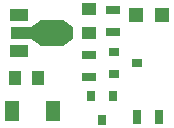
<source format=gbr>
G04 #@! TF.FileFunction,Paste,Top*
%FSLAX46Y46*%
G04 Gerber Fmt 4.6, Leading zero omitted, Abs format (unit mm)*
G04 Created by KiCad (PCBNEW 4.0.5-e0-6337~49~ubuntu15.04.1) date Mon Dec 18 21:15:46 2017*
%MOMM*%
%LPD*%
G01*
G04 APERTURE LIST*
%ADD10C,0.100000*%
%ADD11R,1.300000X0.700000*%
%ADD12R,1.000000X1.250000*%
%ADD13R,1.250000X1.000000*%
%ADD14R,0.800000X0.900000*%
%ADD15R,1.500000X1.000000*%
%ADD16R,1.800000X1.000000*%
%ADD17R,1.840000X2.200000*%
%ADD18R,0.900000X0.800000*%
%ADD19R,1.300000X1.700000*%
%ADD20R,1.200000X1.200000*%
%ADD21R,0.700000X1.300000*%
G04 APERTURE END LIST*
D10*
D11*
X137414000Y-80076000D03*
X137414000Y-81976000D03*
D12*
X131080000Y-82042000D03*
X133080000Y-82042000D03*
D13*
X137414000Y-78216000D03*
X137414000Y-76216000D03*
D14*
X139446000Y-83582000D03*
X137546000Y-83582000D03*
X138496000Y-85582000D03*
D10*
G36*
X135167000Y-77132000D02*
X136017000Y-77732000D01*
X136017000Y-78732000D01*
X135167000Y-79332000D01*
X135167000Y-77132000D01*
X135167000Y-77132000D01*
G37*
D15*
X131445000Y-76732000D03*
D16*
X131591500Y-78232000D03*
D15*
X131445000Y-79732000D03*
D17*
X134258500Y-78232000D03*
D10*
G36*
X133348800Y-79332000D02*
X132348800Y-78632000D01*
X132348800Y-77832000D01*
X133348800Y-77132000D01*
X133348800Y-79332000D01*
X133348800Y-79332000D01*
G37*
D18*
X139462000Y-79822000D03*
X139462000Y-81722000D03*
X141462000Y-80772000D03*
D19*
X130838000Y-84836000D03*
X134338000Y-84836000D03*
D20*
X141394000Y-76708000D03*
X143594000Y-76708000D03*
D11*
X139446000Y-76266000D03*
X139446000Y-78166000D03*
D21*
X143317000Y-85344000D03*
X141417000Y-85344000D03*
M02*

</source>
